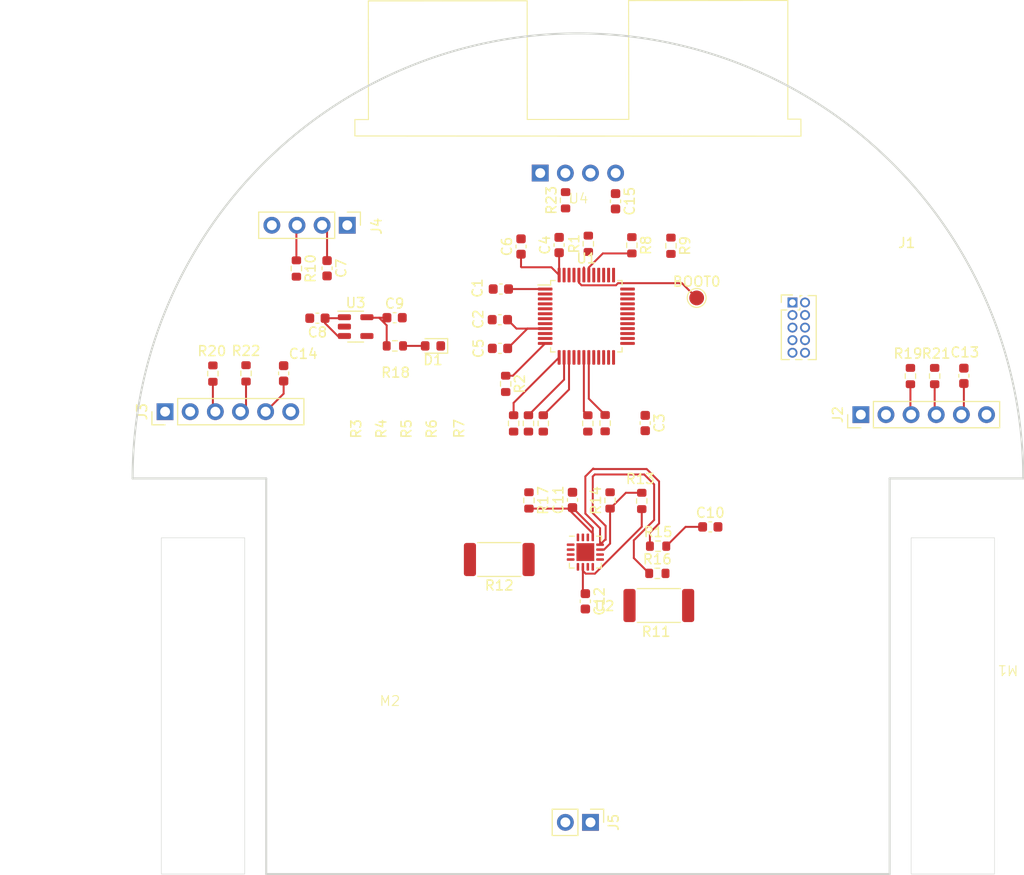
<source format=kicad_pcb>
(kicad_pcb (version 20221018) (generator pcbnew)
  (layers (0 "F.Cu" signal) (31 "B.Cu" signal) (34 "B.Paste" user) (35 "F.Paste" user) (36 "B.SilkS" user "B.Silkscreen") (37 "F.SilkS" user "F.Silkscreen") (38 "B.Mask" user) (39 "F.Mask" user) (44 "Edge.Cuts" user))
  (net 0 "")
  (net 1 "+3.3V")
  (net 2 "GND")
  (net 3 "+BATT")
  (net 4 "Net-(C10-Pad1)")
  (net 5 "/mcu/IN_B2")
  (net 6 "Net-(D1-A)")
  (net 7 "/mcu/BOOT0")
  (net 8 "Net-(U1-PA2)")
  (net 9 "/mcu/TIM15_CH1")
  (net 10 "Net-(U1-PA3)")
  (net 11 "/mcu/TIM15_CH2")
  (net 12 "Net-(U1-PA4)")
  (net 13 "/mcu/OUT_A4")
  (net 14 "Net-(U1-PA5)")
  (net 15 "/mcu/OUT_A5")
  (net 16 "/mcu/OUT_B0")
  (net 17 "Net-(U1-PB0)")
  (net 18 "/mcu/OUT_B1")
  (net 19 "Net-(U1-PB1)")
  (net 20 "Net-(U1-PB6)")
  (net 21 "/mcu/OUT_B9")
  (net 22 "Net-(U1-PB9)")
  (net 23 "/mcu/TIM3_CH1")
  (net 24 "/mcu/TIM2_CH1")
  (net 25 "/mcu/TIM3_CH2")
  (net 26 "/mcu/TIM2_CH2")
  (net 27 "/mcu/TIM8_CH2")
  (net 28 "Net-(U4-ECHO)")
  (net 34 "/mcu/~{RESET}")
  (net 46 "/mcu/SWDIO")
  (net 49 "/mcu/SWDCLK")
  (net 51 "/mcu/SWO")
  (net 54 "+3V3")
  (net 57 "/motorA/MA")
  (net 58 "Net-(J2-Pin_3)")
  (net 59 "Net-(J2-Pin_4)")
  (net 60 "/motorA/MB")
  (net 61 "/motorB/MA")
  (net 62 "Net-(J3-Pin_3)")
  (net 63 "Net-(J3-Pin_4)")
  (net 64 "/motorB/MB")
  (net 65 "Net-(J4-Pin_3)")
  (net 66 "/external_uart/EXT_UART_RX")
  (net 67 "/external_uart/EXT_UART_TX")
  (net 68 "Net-(U2-SENSEB)")
  (net 69 "Net-(U2-SENSEA)")
  (net 70 "Net-(U2-REF)")
  (net 71 "Net-(U2-TOFF)")
  (net 72 "Net-(U4-TRIG)")
  (footprint "Package_QFP:LQFP-48_7x7mm_P0.5mm" (layer "F.Cu") (at 150.85 83.6)
    (fp_text reference "U1" (at 0 -5.85) (layer "F.SilkS"))
    (fp_text value "STM32F030C8Tx")
    (pad "1" smd roundrect (at -4.1625 -2.75) (size 1.475 0.3) (layers "F.Cu" "F.Paste" "F.Mask") (net 1 "+3.3V"))
    (pad "2" smd roundrect (at -4.1625 -2.25) (size 1.475 0.3) (layers "F.Cu" "F.Paste" "F.Mask"))
    (pad "3" smd roundrect (at -4.1625 -1.75) (size 1.475 0.3) (layers "F.Cu" "F.Paste" "F.Mask"))
    (pad "4" smd roundrect (at -4.1625 -1.25) (size 1.475 0.3) (layers "F.Cu" "F.Paste" "F.Mask"))
    (pad "5" smd roundrect (at -4.1625 -0.75) (size 1.475 0.3) (layers "F.Cu" "F.Paste" "F.Mask"))
    (pad "6" smd roundrect (at -4.1625 -0.25) (size 1.475 0.3) (layers "F.Cu" "F.Paste" "F.Mask"))
    (pad "7" smd roundrect (at -4.1625 0.25) (size 1.475 0.3) (layers "F.Cu" "F.Paste" "F.Mask") (net 34 "/mcu/~{RESET}"))
    (pad "8" smd roundrect (at -4.1625 0.75) (size 1.475 0.3) (layers "F.Cu" "F.Paste" "F.Mask") (net 2 "GND"))
    (pad "9" smd roundrect (at -4.1625 1.25) (size 1.475 0.3) (layers "F.Cu" "F.Paste" "F.Mask") (net 1 "+3.3V"))
    (pad "10" smd roundrect (at -4.1625 1.75) (size 1.475 0.3) (layers "F.Cu" "F.Paste" "F.Mask") (net 24 "/mcu/TIM2_CH1"))
    (pad "11" smd roundrect (at -4.1625 2.25) (size 1.475 0.3) (layers "F.Cu" "F.Paste" "F.Mask") (net 26 "/mcu/TIM2_CH2"))
    (pad "12" smd roundrect (at -4.1625 2.75) (size 1.475 0.3) (layers "F.Cu" "F.Paste" "F.Mask") (net 8 "Net-(U1-PA2)"))
    (pad "13" smd roundrect (at -2.75 4.1625) (size 0.3 1.475) (layers "F.Cu" "F.Paste" "F.Mask") (net 10 "Net-(U1-PA3)"))
    (pad "14" smd roundrect (at -2.25 4.1625) (size 0.3 1.475) (layers "F.Cu" "F.Paste" "F.Mask") (net 12 "Net-(U1-PA4)"))
    (pad "15" smd roundrect (at -1.75 4.1625) (size 0.3 1.475) (layers "F.Cu" "F.Paste" "F.Mask") (net 14 "Net-(U1-PA5)"))
    (pad "16" smd roundrect (at -1.25 4.1625) (size 0.3 1.475) (layers "F.Cu" "F.Paste" "F.Mask") (net 23 "/mcu/TIM3_CH1"))
    (pad "17" smd roundrect (at -0.75 4.1625) (size 0.3 1.475) (layers "F.Cu" "F.Paste" "F.Mask") (net 25 "/mcu/TIM3_CH2"))
    (pad "18" smd roundrect (at -0.25 4.1625) (size 0.3 1.475) (layers "F.Cu" "F.Paste" "F.Mask") (net 17 "Net-(U1-PB0)"))
    (pad "19" smd roundrect (at 0.25 4.1625) (size 0.3 1.475) (layers "F.Cu" "F.Paste" "F.Mask") (net 19 "Net-(U1-PB1)"))
    (pad "20" smd roundrect (at 0.75 4.1625) (size 0.3 1.475) (layers "F.Cu" "F.Paste" "F.Mask") (net 5 "/mcu/IN_B2"))
    (pad "21" smd roundrect (at 1.25 4.1625) (size 0.3 1.475) (layers "F.Cu" "F.Paste" "F.Mask"))
    (pad "22" smd roundrect (at 1.75 4.1625) (size 0.3 1.475) (layers "F.Cu" "F.Paste" "F.Mask"))
    (pad "23" smd roundrect (at 2.25 4.1625) (size 0.3 1.475) (layers "F.Cu" "F.Paste" "F.Mask") (net 2 "GND"))
    (pad "24" smd roundrect (at 2.75 4.1625) (size 0.3 1.475) (layers "F.Cu" "F.Paste" "F.Mask") (net 1 "+3.3V"))
    (pad "25" smd roundrect (at 4.1625 2.75) (size 1.475 0.3) (layers "F.Cu" "F.Paste" "F.Mask"))
    (pad "26" smd roundrect (at 4.1625 2.25) (size 1.475 0.3) (layers "F.Cu" "F.Paste" "F.Mask"))
    (pad "27" smd roundrect (at 4.1625 1.75) (size 1.475 0.3) (layers "F.Cu" "F.Paste" "F.Mask"))
    (pad "28" smd roundrect (at 4.1625 1.25) (size 1.475 0.3) (layers "F.Cu" "F.Paste" "F.Mask"))
    (pad "29" smd roundrect (at 4.1625 0.75) (size 1.475 0.3) (layers "F.Cu" "F.Paste" "F.Mask"))
    (pad "30" smd roundrect (at 4.1625 0.25) (size 1.475 0.3) (layers "F.Cu" "F.Paste" "F.Mask"))
    (pad "31" smd roundrect (at 4.1625 -0.25) (size 1.475 0.3) (layers "F.Cu" "F.Paste" "F.Mask"))
    (pad "32" smd roundrect (at 4.1625 -0.75) (size 1.475 0.3) (layers "F.Cu" "F.Paste" "F.Mask"))
    (pad "33" smd roundrect (at 4.1625 -1.25) (size 1.475 0.3) (layers "F.Cu" "F.Paste" "F.Mask"))
    (pad "34" smd roundrect (at 4.1625 -1.75) (size 1.475 0.3) (layers "F.Cu" "F.Paste" "F.Mask") (net 46 "/mcu/SWDIO"))
    (pad "35" smd roundrect (at 4.1625 -2.25) (size 1.475 0.3) (layers "F.Cu" "F.Paste" "F.Mask"))
    (pad "36" smd roundrect (at 4.1625 -2.75) (size 1.475 0.3) (layers "F.Cu" "F.Paste" "F.Mask"))
    (pad "37" smd roundrect (at 2.75 -4.1625) (size 0.3 1.475) (layers "F.Cu" "F.Paste" "F.Mask") (net 49 "/mcu/SWDCLK"))
    (pad "38" smd roundrect (at 2.25 -4.1625) (size 0.3 1.475) (layers "F.Cu" "F.Paste" "F.Mask"))
    (pad "39" smd roundrect (at 1.75 -4.1625) (size 0.3 1.475) (layers "F.Cu" "F.Paste" "F.Mask") (net 51 "/mcu/SWO"))
    (pad "40" smd roundrect (at 1.25 -4.1625) (size 0.3 1.475) (layers "F.Cu" "F.Paste" "F.Mask"))
    (pad "41" smd roundrect (at 0.75 -4.1625) (size 0.3 1.475) (layers "F.Cu" "F.Paste" "F.Mask"))
    (pad "42" smd roundrect (at 0.25 -4.1625) (size 0.3 1.475) (layers "F.Cu" "F.Paste" "F.Mask") (net 20 "Net-(U1-PB6)"))
    (pad "43" smd roundrect (at -0.25 -4.1625) (size 0.3 1.475) (layers "F.Cu" "F.Paste" "F.Mask") (net 67 "/external_uart/EXT_UART_TX"))
    (pad "44" smd roundrect (at -0.75 -4.1625) (size 0.3 1.475) (layers "F.Cu" "F.Paste" "F.Mask") (net 7 "/mcu/BOOT0"))
    (pad "45" smd roundrect (at -1.25 -4.1625) (size 0.3 1.475) (layers "F.Cu" "F.Paste" "F.Mask") (net 27 "/mcu/TIM8_CH2"))
    (pad "46" smd roundrect (at -1.75 -4.1625) (size 0.3 1.475) (layers "F.Cu" "F.Paste" "F.Mask") (net 22 "Net-(U1-PB9)"))
    (pad "47" smd roundrect (at -2.25 -4.1625) (size 0.3 1.475) (layers "F.Cu" "F.Paste" "F.Mask") (net 2 "GND"))
    (pad "48" smd roundrect (at -2.75 -4.1625) (size 0.3 1.475) (layers "F.Cu" "F.Paste" "F.Mask") (net 1 "+3.3V"))
  )
  (footprint "Resistor_SMD:R_0603_1608Metric" (layer "F.Cu") (at 151.05 76.275 90)
    (fp_text reference "R1" (at 0 -1.43 90) (layer "F.SilkS"))
    (fp_text value "10k")
    (pad "1" smd roundrect (at -0.825 0 90) (size 0.8 0.95) (layers "F.Cu" "F.Paste" "F.Mask") (net 7 "/mcu/BOOT0"))
    (pad "2" smd roundrect (at 0.825 0 90) (size 0.8 0.95) (layers "F.Cu" "F.Paste" "F.Mask") (net 2 "GND"))
  )
  (footprint "Resistor_SMD:R_0603_1608Metric" (layer "F.Cu") (at 183.6 89.65 90)
    (fp_text reference "R19" (at 2.275 -0.25 180) (layer "F.SilkS"))
    (fp_text value "100")
    (pad "1" smd roundrect (at -0.825 0 90) (size 0.8 0.95) (layers "F.Cu" "F.Paste" "F.Mask") (net 58 "Net-(J2-Pin_3)"))
    (pad "2" smd roundrect (at 0.825 0 90) (size 0.8 0.95) (layers "F.Cu" "F.Paste" "F.Mask") (net 23 "/mcu/TIM3_CH1"))
  )
  (footprint "minimouse:N20_with_encoder" (layer "F.Cu") (at 131 123)
    (fp_text reference "M2" (at 0 -0.5 unlocked) (layer "F.SilkS") (effects (font (thickness 0.1))))
    (fp_text value "N20_encoder")
    (fp_rect (start -23.1 -17) (end -14.67 17) (stroke (width 0.05)) (fill none) (layer "Edge.Cuts"))
    (pad "" np_thru_hole circle locked (at 0 -9) (size 1 1) (drill 2.2) (layers "F&B.Cu" "*.Mask"))
    (pad "" np_thru_hole circle locked (at 0 9) (size 1 1) (drill 2.2) (layers "F&B.Cu" "*.Mask"))
  )
  (footprint "Capacitor_SMD:C_0603_1608Metric" (layer "F.Cu") (at 150.75 112.425 -90)
    (fp_text reference "C12" (at 0 -1.43 90) (layer "F.SilkS"))
    (fp_text value "2.2uF")
    (pad "1" smd roundrect (at -0.775 0 270) (size 0.9 0.95) (layers "F.Cu" "F.Paste" "F.Mask") (net 3 "+BATT"))
    (pad "2" smd roundrect (at 0.775 0 270) (size 0.9 0.95) (layers "F.Cu" "F.Paste" "F.Mask") (net 2 "GND"))
  )
  (footprint "TestPoint:TestPoint_Pad_D1.5mm" (layer "F.Cu") (at 162 81.75)
    (fp_text reference "BOOT0" (at 0 -1.648) (layer "F.SilkS"))
    (fp_text value "TestPoint")
    (pad "1" smd circle (at 0 0) (size 1.5 1.5) (layers "F.Cu" "F.Mask") (net 7 "/mcu/BOOT0"))
  )
  (footprint "Capacitor_SMD:C_0603_1608Metric" (layer "F.Cu") (at 123.675 83.8 180)
    (fp_text reference "C8" (at 0 -1.43) (layer "F.SilkS"))
    (fp_text value "2.2uF")
    (pad "1" smd roundrect (at -0.775 0 180) (size 0.9 0.95) (layers "F.Cu" "F.Paste" "F.Mask") (net 3 "+BATT"))
    (pad "2" smd roundrect (at 0.775 0 180) (size 0.9 0.95) (layers "F.Cu" "F.Paste" "F.Mask") (net 2 "GND"))
  )
  (footprint "Resistor_SMD:R_0603_1608Metric" (layer "F.Cu") (at 145 94.4375 -90)
    (fp_text reference "R4" (at 0.55 14.87 90) (layer "F.SilkS"))
    (fp_text value "100")
    (pad "1" smd roundrect (at -0.825 0 270) (size 0.8 0.95) (layers "F.Cu" "F.Paste" "F.Mask") (net 12 "Net-(U1-PA4)"))
    (pad "2" smd roundrect (at 0.825 0 270) (size 0.8 0.95) (layers "F.Cu" "F.Paste" "F.Mask") (net 13 "/mcu/OUT_A4"))
  )
  (footprint "Capacitor_SMD:C_0603_1608Metric" (layer "F.Cu") (at 148.1 76.4 90)
    (fp_text reference "C4" (at 0 -1.43 90) (layer "F.SilkS"))
    (fp_text value "0.1uF")
    (pad "1" smd roundrect (at -0.775 0 90) (size 0.9 0.95) (layers "F.Cu" "F.Paste" "F.Mask") (net 1 "+3.3V"))
    (pad "2" smd roundrect (at 0.775 0 90) (size 0.9 0.95) (layers "F.Cu" "F.Paste" "F.Mask") (net 2 "GND"))
  )
  (footprint "Resistor_SMD:R_0603_1608Metric" (layer "F.Cu") (at 159.4 76.475 -90)
    (fp_text reference "R9" (at 0 -1.43 90) (layer "F.SilkS"))
    (fp_text value "100")
    (pad "1" smd roundrect (at -0.825 0 270) (size 0.8 0.95) (layers "F.Cu" "F.Paste" "F.Mask") (net 21 "/mcu/OUT_B9"))
    (pad "2" smd roundrect (at 0.825 0 270) (size 0.8 0.95) (layers "F.Cu" "F.Paste" "F.Mask") (net 22 "Net-(U1-PB9)"))
  )
  (footprint "Resistor_SMD:R_0603_1608Metric" (layer "F.Cu") (at 116.46 89.375 90)
    (fp_text reference "R22" (at 2.275 0 180) (layer "F.SilkS"))
    (fp_text value "100")
    (pad "1" smd roundrect (at -0.825 0 90) (size 0.8 0.95) (layers "F.Cu" "F.Paste" "F.Mask") (net 63 "Net-(J3-Pin_4)"))
    (pad "2" smd roundrect (at 0.825 0 90) (size 0.8 0.95) (layers "F.Cu" "F.Paste" "F.Mask") (net 26 "/mcu/TIM2_CH2"))
  )
  (footprint "minimouse:HC-SR04" (layer "F.Cu") (at 150 69.125)
    (fp_text reference "U4" (at 0.06 2.57 unlocked) (layer "F.SilkS") (effects (font (thickness 0.1))))
    (fp_text value "HC-SR04")
    (pad "1" thru_hole rect locked (at -3.81 0 90) (size 1.7 1.7) (drill 1) (layers "*.Cu" "*.Mask") (net 2 "GND"))
    (pad "2" thru_hole oval locked (at -1.27 0 90) (size 1.7 1.7) (drill 1) (layers "*.Cu" "*.Mask") (net 21 "/mcu/OUT_B9"))
    (pad "3" thru_hole oval locked (at 1.27 0 90) (size 1.7 1.7) (drill 1) (layers "*.Cu" "*.Mask") (net 28 "Net-(U4-ECHO)"))
    (pad "4" thru_hole oval locked (at 3.81 0 90) (size 1.7 1.7) (drill 1) (layers "*.Cu" "*.Mask") (net 54 "+3V3"))
  )
  (footprint "LED_SMD:LED_0603_1608Metric" (layer "F.Cu") (at 135.35 86.6 180)
    (fp_text reference "D1" (at 0 -1.43) (layer "F.SilkS"))
    (fp_text value "LED")
    (pad "1" smd roundrect (at -0.7875 0 180) (size 0.875 0.95) (layers "F.Cu" "F.Paste" "F.Mask") (net 2 "GND"))
    (pad "2" smd roundrect (at 0.7875 0 180) (size 0.875 0.95) (layers "F.Cu" "F.Paste" "F.Mask") (net 6 "Net-(D1-A)"))
  )
  (footprint "Capacitor_SMD:C_0603_1608Metric" (layer "F.Cu") (at 142.125 86.85 180)
    (fp_text reference "C5" (at 2.175 0 90) (layer "F.SilkS"))
    (fp_text value "0.1uF")
    (pad "1" smd roundrect (at -0.775 0 180) (size 0.9 0.95) (layers "F.Cu" "F.Paste" "F.Mask") (net 1 "+3.3V"))
    (pad "2" smd roundrect (at 0.775 0 180) (size 0.9 0.95) (layers "F.Cu" "F.Paste" "F.Mask") (net 2 "GND"))
  )
  (footprint "minimouse:N20_with_encoder" (layer "F.Cu") (at 169 123 180)
    (fp_text reference "M1" (at -24.45 3.6 180 unlocked) (layer "F.SilkS") (effects (font (thickness 0.1))))
    (fp_text value "N20_encoder")
    (fp_rect (start -23.1 -17) (end -14.67 17) (stroke (width 0.05)) (fill none) (layer "Edge.Cuts"))
    (pad "" np_thru_hole circle locked (at 0 -9 180) (size 1 1) (drill 2.2) (layers "F&B.Cu" "*.Mask"))
    (pad "" np_thru_hole circle locked (at 0 9 180) (size 1 1) (drill 2.2) (layers "F&B.Cu" "*.Mask"))
  )
  (footprint "Capacitor_SMD:C_0603_1608Metric" (layer "F.Cu") (at 163.375 104.9)
    (fp_text reference "C10" (at 0 -1.43) (layer "F.SilkS"))
    (fp_text value "22nF")
    (pad "1" smd roundrect (at -0.775 0) (size 0.9 0.95) (layers "F.Cu" "F.Paste" "F.Mask") (net 4 "Net-(C10-Pad1)"))
    (pad "2" smd roundrect (at 0.775 0) (size 0.9 0.95) (layers "F.Cu" "F.Paste" "F.Mask") (net 2 "GND"))
  )
  (footprint "Capacitor_SMD:C_0603_1608Metric" (layer "F.Cu") (at 131.475 83.75)
    (fp_text reference "C9" (at 0 -1.43) (layer "F.SilkS"))
    (fp_text value "2.2uF")
    (pad "1" smd roundrect (at -0.775 0) (size 0.9 0.95) (layers "F.Cu" "F.Paste" "F.Mask") (net 54 "+3V3"))
    (pad "2" smd roundrect (at 0.775 0) (size 0.9 0.95) (layers "F.Cu" "F.Paste" "F.Mask") (net 2 "GND"))
  )
  (footprint "Resistor_SMD:R_0603_1608Metric" (layer "F.Cu") (at 156.45 102.275 90)
    (fp_text reference "R13" (at 2.225 -0.15 180) (layer "F.SilkS"))
    (fp_text value "10k")
    (pad "1" smd roundrect (at -0.825 0 90) (size 0.8 0.95) (layers "F.Cu" "F.Paste" "F.Mask") (net 3 "+BATT"))
    (pad "2" smd roundrect (at 0.825 0 90) (size 0.8 0.95) (layers "F.Cu" "F.Paste" "F.Mask") (net 70 "Net-(U2-REF)"))
  )
  (footprint "Connector_PinHeader_2.54mm:PinHeader_1x02_P2.54mm_Vertical" (layer "F.Cu") (at 151.27 134.775 -90)
    (fp_text reference "J5" (at 0 -2.33 90) (layer "F.SilkS"))
    (fp_text value "Conn_01x02")
    (pad "1" thru_hole rect locked (at 0 0 270) (size 1.7 1.7) (drill 1) (layers "*.Cu" "*.Mask") (net 2 "GND"))
    (pad "2" thru_hole oval locked (at 0 2.54 270) (size 1.7 1.7) (drill 1) (layers "*.Cu" "*.Mask") (net 3 "+BATT"))
  )
  (footprint "Resistor_SMD:R_0603_1608Metric" (layer "F.Cu") (at 158.1 106.85)
    (fp_text reference "R15" (at 0 -1.43) (layer "F.SilkS"))
    (fp_text value "1k")
    (pad "1" smd roundrect (at -0.825 0) (size 0.8 0.95) (layers "F.Cu" "F.Paste" "F.Mask") (net 71 "Net-(U2-TOFF)"))
    (pad "2" smd roundrect (at 0.825 0) (size 0.8 0.95) (layers "F.Cu" "F.Paste" "F.Mask") (net 4 "Net-(C10-Pad1)"))
  )
  (footprint "Capacitor_SMD:C_0603_1608Metric" (layer "F.Cu") (at 156.8 94.4 -90)
    (fp_text reference "C3" (at 0 -1.43 90) (layer "F.SilkS"))
    (fp_text value "0.1uF")
    (pad "1" smd roundrect (at -0.775 0 270) (size 0.9 0.95) (layers "F.Cu" "F.Paste" "F.Mask") (net 1 "+3.3V"))
    (pad "2" smd roundrect (at 0.775 0 270) (size 0.9 0.95) (layers "F.Cu" "F.Paste" "F.Mask") (net 2 "GND"))
  )
  (footprint "Package_DFN_QFN:VQFN-16-1EP_3x3mm_P0.5mm_EP1.8x1.8mm" (layer "F.Cu") (at 150.75 107.45)
    (fp_text reference "U2" (at 1.9375 5.45) (layer "F.SilkS"))
    (fp_text value "STSPIN240")
    (pad "1" smd roundrect (at -1.4875 -0.75) (size 0.775 0.25) (layers "F.Cu" "F.Paste" "F.Mask") (net 13 "/mcu/OUT_A4"))
    (pad "2" smd roundrect (at -1.4875 -0.25) (size 0.775 0.25) (layers "F.Cu" "F.Paste" "F.Mask") (net 9 "/mcu/TIM15_CH1"))
    (pad "3" smd roundrect (at -1.4875 0.25) (size 0.775 0.25) (layers "F.Cu" "F.Paste" "F.Mask") (net 61 "/motorB/MA"))
    (pad "4" smd roundrect (at -1.4875 0.75) (size 0.775 0.25) (layers "F.Cu" "F.Paste" "F.Mask") (net 69 "Net-(U2-SENSEA)"))
    (pad "5" smd roundrect (at -0.75 1.4875) (size 0.25 0.775) (layers "F.Cu" "F.Paste" "F.Mask") (net 64 "/motorB/MB"))
    (pad "6" smd roundrect (at -0.25 1.4875) (size 0.25 0.775) (layers "F.Cu" "F.Paste" "F.Mask") (net 3 "+BATT"))
    (pad "7" smd roundrect (at 0.25 1.4875) (size 0.25 0.775) (layers "F.Cu" "F.Paste" "F.Mask") (net 2 "GND"))
    (pad "8" smd roundrect (at 0.75 1.4875) (size 0.25 0.775) (layers "F.Cu" "F.Paste" "F.Mask") (net 60 "/motorA/MB"))
    (pad "9" smd roundrect (at 1.4875 0.75) (size 0.775 0.25) (layers "F.Cu" "F.Paste" "F.Mask") (net 68 "Net-(U2-SENSEB)"))
    (pad "10" smd roundrect (at 1.4875 0.25) (size 0.775 0.25) (layers "F.Cu" "F.Paste" "F.Mask") (net 57 "/motorA/MA"))
    (pad "11" smd roundrect (at 1.4875 -0.25) (size 0.775 0.25) (layers "F.Cu" "F.Paste" "F.Mask") (net 70 "Net-(U2-REF)"))
    (pad "12" smd roundrect (at 1.4875 -0.75) (size 0.775 0.25) (layers "F.Cu" "F.Paste" "F.Mask") (net 71 "Net-(U2-TOFF)"))
    (pad "13" smd roundrect (at 0.75 -1.4875) (size 0.25 0.775) (layers "F.Cu" "F.Paste" "F.Mask") (net 5 "/mcu/IN_B2"))
    (pad "14" smd roundrect (at 0.25 -1.4875) (size 0.25 0.775) (layers "F.Cu" "F.Paste" "F.Mask") (net 16 "/mcu/OUT_B0"))
    (pad "15" smd roundrect (at -0.25 -1.4875) (size 0.25 0.775) (layers "F.Cu" "F.Paste" "F.Mask") (net 15 "/mcu/OUT_A5"))
    (pad "16" smd roundrect (at -0.75 -1.4875) (size 0.25 0.775) (layers "F.Cu" "F.Paste" "F.Mask") (net 11 "/mcu/TIM15_CH2"))
    (pad "17" smd rect (at 0 0) (size 1.8 1.8) (layers "F.Cu" "F.Mask") (net 2 "GND"))
  )
  (footprint "Resistor_SMD:R_0603_1608Metric" (layer "F.Cu") (at 155.45 76.425 -90)
    (fp_text reference "R8" (at 0 -1.43 90) (layer "F.SilkS"))
    (fp_text value "100")
    (pad "1" smd roundrect (at -0.825 0 270) (size 0.8 0.95) (layers "F.Cu" "F.Paste" "F.Mask") (net 66 "/external_uart/EXT_UART_RX"))
    (pad "2" smd roundrect (at 0.825 0 270) (size 0.8 0.95) (layers "F.Cu" "F.Paste" "F.Mask") (net 20 "Net-(U1-PB6)"))
  )
  (footprint "Resistor_SMD:R_2512_6332Metric" (layer "F.Cu") (at 142.05 108.2 180)
    (fp_text reference "R12" (at 0 -2.62 180) (layer "F.SilkS"))
    (fp_text value "330m")
    (pad "1" smd roundrect (at -2.9625 0 180) (size 1.225 3.35) (layers "F.Cu" "F.Paste" "F.Mask") (roundrect_rratio 0.204082) (net 69 "Net-(U2-SENSEA)"))
    (pad "2" smd roundrect (at 2.9625 0 180) (size 1.225 3.35) (layers "F.Cu" "F.Paste" "F.Mask") (roundrect_rratio 0.204082) (net 2 "GND"))
  )
  (footprint "Resistor_SMD:R_0603_1608Metric" (layer "F.Cu") (at 152.75 94.4125 90)
    (fp_text reference "R7" (at -0.55 -14.75 90) (layer "F.SilkS"))
    (fp_text value "100")
    (pad "1" smd roundrect (at -0.825 0 90) (size 0.8 0.95) (layers "F.Cu" "F.Paste" "F.Mask") (net 18 "/mcu/OUT_B1"))
    (pad "2" smd roundrect (at 0.825 0 90) (size 0.8 0.95) (layers "F.Cu" "F.Paste" "F.Mask") (net 19 "Net-(U1-PB1)"))
  )
  (footprint "Resistor_SMD:R_0603_1608Metric" (layer "F.Cu") (at 142.7 90.4375 -90)
    (fp_text reference "R2" (at 0 -1.43 -270) (layer "F.SilkS"))
    (fp_text value "100")
    (pad "1" smd roundrect (at -0.825 0 270) (size 0.8 0.95) (layers "F.Cu" "F.Paste" "F.Mask") (net 8 "Net-(U1-PA2)"))
    (pad "2" smd roundrect (at 0.825 0 270) (size 0.8 0.95) (layers "F.Cu" "F.Paste" "F.Mask") (net 9 "/mcu/TIM15_CH1"))
  )
  (footprint "Resistor_SMD:R_0603_1608Metric" (layer "F.Cu") (at 153.25 102.225 90)
    (fp_text reference "R14" (at 0 -1.43 90) (layer "F.SilkS"))
    (fp_text value "10k")
    (pad "1" smd roundrect (at -0.825 0 90) (size 0.8 0.95) (layers "F.Cu" "F.Paste" "F.Mask") (net 70 "Net-(U2-REF)"))
    (pad "2" smd roundrect (at 0.825 0 90) (size 0.8 0.95) (layers "F.Cu" "F.Paste" "F.Mask") (net 2 "GND"))
  )
  (footprint "Resistor_SMD:R_0603_1608Metric" (layer "F.Cu") (at 143.5 94.4375 -90)
    (fp_text reference "R3" (at 0.55 15.91 90) (layer "F.SilkS"))
    (fp_text value "100")
    (pad "1" smd roundrect (at -0.825 0 270) (size 0.8 0.95) (layers "F.Cu" "F.Paste" "F.Mask") (net 10 "Net-(U1-PA3)"))
    (pad "2" smd roundrect (at 0.825 0 270) (size 0.8 0.95) (layers "F.Cu" "F.Paste" "F.Mask") (net 11 "/mcu/TIM15_CH2"))
  )
  (footprint "Resistor_SMD:R_0603_1608Metric" (layer "F.Cu") (at 186.05 89.65 90)
    (fp_text reference "R21" (at 2.275 0.15 180) (layer "F.SilkS"))
    (fp_text value "100")
    (pad "1" smd roundrect (at -0.825 0 90) (size 0.8 0.95) (layers "F.Cu" "F.Paste" "F.Mask") (net 59 "Net-(J2-Pin_4)"))
    (pad "2" smd roundrect (at 0.825 0 90) (size 0.8 0.95) (layers "F.Cu" "F.Paste" "F.Mask") (net 25 "/mcu/TIM3_CH2"))
  )
  (footprint "Capacitor_SMD:C_0603_1608Metric" (layer "F.Cu") (at 142.1125 83.95 180)
    (fp_text reference "C2" (at 2.1875 0.05 90) (layer "F.SilkS"))
    (fp_text value "0.1uF")
    (pad "1" smd roundrect (at -0.775 0 180) (size 0.9 0.95) (layers "F.Cu" "F.Paste" "F.Mask") (net 1 "+3.3V"))
    (pad "2" smd roundrect (at 0.775 0 180) (size 0.9 0.95) (layers "F.Cu" "F.Paste" "F.Mask") (net 2 "GND"))
  )
  (footprint "Capacitor_SMD:C_0603_1608Metric" (layer "F.Cu") (at 142.2125 80.85 180)
    (fp_text reference "C1" (at 2.3625 0.1 90) (layer "F.SilkS"))
    (fp_text value "2.2uF")
    (pad "1" smd roundrect (at -0.775 0 180) (size 0.9 0.95) (layers "F.Cu" "F.Paste" "F.Mask") (net 1 "+3.3V"))
    (pad "2" smd roundrect (at 0.775 0 180) (size 0.9 0.95) (layers "F.Cu" "F.Paste" "F.Mask") (net 2 "GND"))
  )
  (footprint "Package_TO_SOT_SMD:SOT-23-5" (layer "F.Cu") (at 127.5375 84.65)
    (fp_text reference "U3" (at 0 -2.4) (layer "F.SilkS"))
    (fp_text value "LP5907MFX-3.3")
    (pad "1" smd roundrect (at -1.1375 -0.95) (size 1.325 0.6) (layers "F.Cu" "F.Paste" "F.Mask") (net 3 "+BATT"))
    (pad "2" smd roundrect (at -1.1375 0) (size 1.325 0.6) (layers "F.Cu" "F.Paste" "F.Mask") (net 2 "GND"))
    (pad "3" smd roundrect (at -1.1375 0.95) (size 1.325 0.6) (layers "F.Cu" "F.Paste" "F.Mask") (net 3 "+BATT"))
    (pad "4" smd roundrect (at 1.1375 0.95) (size 1.325 0.6) (layers "F.Cu" "F.Paste" "F.Mask"))
    (pad "5" smd roundrect (at 1.1375 -0.95) (size 1.325 0.6) (layers "F.Cu" "F.Paste" "F.Mask") (net 54 "+3V3"))
  )
  (footprint "Capacitor_SMD:C_0603_1608Metric" (layer "F.Cu") (at 153.8 71.975 -90)
    (fp_text reference "C15" (at 0 -1.43 90) (layer "F.SilkS"))
    (fp_text value "2.2uF")
    (pad "1" smd roundrect (at -0.775 0 270) (size 0.9 0.95) (layers "F.Cu" "F.Paste" "F.Mask") (net 1 "+3.3V"))
    (pad "2" smd roundrect (at 0.775 0 270) (size 0.9 0.95) (layers "F.Cu" "F.Paste" "F.Mask") (net 2 "GND"))
  )
  (footprint "Resistor_SMD:R_0603_1608Metric" (layer "F.Cu") (at 146.5 94.4375 -90)
    (fp_text reference "R5" (at 0.55 13.83 90) (layer "F.SilkS"))
    (fp_text value "100")
    (pad "1" smd roundrect (at -0.825 0 270) (size 0.8 0.95) (layers "F.Cu" "F.Paste" "F.Mask") (net 14 "Net-(U1-PA5)"))
    (pad "2" smd roundrect (at 0.825 0 270) (size 0.8 0.95) (layers "F.Cu" "F.Paste" "F.Mask") (net 15 "/mcu/OUT_A5"))
  )
  (footprint "Resistor_SMD:R_0603_1608Metric" (layer "F.Cu") (at 121.55 78.775 -90)
    (fp_text reference "R10" (at 0 -1.43 90) (layer "F.SilkS"))
    (fp_text value "100")
    (pad "1" smd roundrect (at -0.825 0 270) (size 0.8 0.95) (layers "F.Cu" "F.Paste" "F.Mask") (net 65 "Net-(J4-Pin_3)"))
    (pad "2" smd roundrect (at 0.825 0 270) (size 0.8 0.95) (layers "F.Cu" "F.Paste" "F.Mask") (net 67 "/external_uart/EXT_UART_TX"))
  )
  (footprint "Resistor_SMD:R_0603_1608Metric" (layer "F.Cu") (at 131.5 86.6)
    (fp_text reference "R18" (at 0.075 2.7) (layer "F.SilkS"))
    (fp_text value "330")
    (pad "1" smd roundrect (at -0.825 0) (size 0.8 0.95) (layers "F.Cu" "F.Paste" "F.Mask") (net 54 "+3V3"))
    (pad "2" smd roundrect (at 0.825 0) (size 0.8 0.95) (layers "F.Cu" "F.Paste" "F.Mask") (net 6 "Net-(D1-A)"))
  )
  (footprint "Capacitor_SMD:C_0603_1608Metric" (layer "F.Cu") (at 149.45 102.175 90)
    (fp_text reference "C11" (at 0 -1.43 90) (layer "F.SilkS"))
    (fp_text value "1nF")
    (pad "1" smd roundrect (at -0.775 0 90) (size 0.9 0.95) (layers "F.Cu" "F.Paste" "F.Mask") (net 5 "/mcu/IN_B2"))
    (pad "2" smd roundrect (at 0.775 0 90) (size 0.9 0.95) (layers "F.Cu" "F.Paste" "F.Mask") (net 2 "GND"))
  )
  (footprint "Connector_PinHeader_1.27mm:PinHeader_2x05_P1.27mm_Vertical" (layer "F.Cu") (at 171.68 82.21)
    (fp_text reference "J1" (at 11.55 -6.025) (layer "F.SilkS"))
    (fp_text value "Conn_ARM_JTAG_SWD_10")
    (pad "1" thru_hole rect (at 0 0) (size 1 1) (drill 0.65) (layers "*.Cu" "*.Mask") (net 1 "+3.3V"))
    (pad "2" thru_hole oval (at 1.27 0) (size 1 1) (drill 0.65) (layers "*.Cu" "*.Mask") (net 46 "/mcu/SWDIO"))
    (pad "3" thru_hole oval (at 0 1.27) (size 1 1) (drill 0.65) (layers "*.Cu" "*.Mask") (net 2 "GND"))
    (pad "4" thru_hole oval (at 1.27 1.27) (size 1 1) (drill 0.65) (layers "*.Cu" "*.Mask") (net 49 "/mcu/SWDCLK"))
    (pad "5" thru_hole oval (at 0 2.54) (size 1 1) (drill 0.65) (layers "*.Cu" "*.Mask") (net 2 "GND"))
    (pad "6" thru_hole oval (at 1.27 2.54) (size 1 1) (drill 0.65) (layers "*.Cu" "*.Mask") (net 51 "/mcu/SWO"))
    (pad "7" thru_hole oval (at 0 3.81) (size 1 1) (drill 0.65) (layers "*.Cu" "*.Mask"))
    (pad "8" thru_hole oval (at 1.27 3.81) (size 1 1) (drill 0.65) (layers "*.Cu" "*.Mask"))
    (pad "9" thru_hole oval (at 0 5.08) (size 1 1) (drill 0.65) (layers "*.Cu" "*.Mask") (net 2 "GND"))
    (pad "10" thru_hole oval (at 1.27 5.08) (size 1 1) (drill 0.65) (layers "*.Cu" "*.Mask") (net 34 "/mcu/~{RESET}"))
  )
  (footprint "Connector_PinHeader_2.54mm:PinHeader_1x06_P2.54mm_Vertical" (layer "F.Cu") (at 178.59 93.55 90)
    (fp_text reference "J2" (at 0 -2.33 90) (layer "F.SilkS"))
    (fp_text value "Conn_01x06_Pin")
    (pad "1" thru_hole rect (at 0 0 90) (size 1.7 1.7) (drill 1) (layers "*.Cu" "*.Mask") (net 57 "/motorA/MA"))
    (pad "2" thru_hole oval (at 0 2.54 90) (size 1.7 1.7) (drill 1) (layers "*.Cu" "*.Mask") (net 2 "GND"))
    (pad "3" thru_hole oval (at 0 5.08 90) (size 1.7 1.7) (drill 1) (layers "*.Cu" "*.Mask") (net 58 "Net-(J2-Pin_3)"))
    (pad "4" thru_hole oval (at 0 7.62 90) (size 1.7 1.7) (drill 1) (layers "*.Cu" "*.Mask") (net 59 "Net-(J2-Pin_4)"))
    (pad "5" thru_hole oval (at 0 10.16 90) (size 1.7 1.7) (drill 1) (layers "*.Cu" "*.Mask") (net 3 "+BATT"))
    (pad "6" thru_hole oval (at 0 12.7 90) (size 1.7 1.7) (drill 1) (layers "*.Cu" "*.Mask") (net 60 "/motorA/MB"))
  )
  (footprint "Connector_PinHeader_2.54mm:PinHeader_1x06_P2.54mm_Vertical" (layer "F.Cu") (at 108.28 93.25 90)
    (fp_text reference "J3" (at 0 -2.33 90) (layer "F.SilkS"))
    (fp_text value "Conn_01x06_Pin")
    (pad "1" thru_hole rect (at 0 0 90) (size 1.7 1.7) (drill 1) (layers "*.Cu" "*.Mask") (net 61 "/motorB/MA"))
    (pad "2" thru_hole oval (at 0 2.54 90) (size 1.7 1.7) (drill 1) (layers "*.Cu" "*.Mask") (net 2 "GND"))
    (pad "3" thru_hole oval (at 0 5.08 90) (size 1.7 1.7) (drill 1) (layers "*.Cu" "*.Mask") (net 62 "Net-(J3-Pin_3)"))
    (pad "4" thru_hole oval (at 0 7.62 90) (size 1.7 1.7) (drill 1) (layers "*.Cu" "*.Mask") (net 63 "Net-(J3-Pin_4)"))
    (pad "5" thru_hole oval (at 0 10.16 90) (size 1.7 1.7) (drill 1) (layers "*.Cu" "*.Mask") (net 3 "+BATT"))
    (pad "6" thru_hole oval (at 0 12.7 90) (size 1.7 1.7) (drill 1) (layers "*.Cu" "*.Mask") (net 64 "/motorB/MB"))
  )
  (footprint "Capacitor_SMD:C_0603_1608Metric" (layer "F.Cu") (at 144.25 76.55 90)
    (fp_text reference "C6" (at 0 -1.43 90) (layer "F.SilkS"))
    (fp_text value "2.2uF")
    (pad "1" smd roundrect (at -0.775 0 90) (size 0.9 0.95) (layers "F.Cu" "F.Paste" "F.Mask") (net 1 "+3.3V"))
    (pad "2" smd roundrect (at 0.775 0 90) (size 0.9 0.95) (layers "F.Cu" "F.Paste" "F.Mask") (net 2 "GND"))
  )
  (footprint "Resistor_SMD:R_2512_6332Metric" (layer "F.Cu") (at 158.175 112.85)
    (fp_text reference "R11" (at -0.275 2.65 180) (layer "F.SilkS"))
    (fp_text value "330m")
    (pad "1" smd roundrect (at -2.9625 0) (size 1.225 3.35) (layers "F.Cu" "F.Paste" "F.Mask") (roundrect_rratio 0.204082) (net 68 "Net-(U2-SENSEB)"))
    (pad "2" smd roundrect (at 2.9625 0) (size 1.225 3.35) (layers "F.Cu" "F.Paste" "F.Mask") (roundrect_rratio 0.204082) (net 2 "GND"))
  )
  (footprint "Capacitor_SMD:C_0603_1608Metric" (layer "F.Cu") (at 124.65 78.75 -90)
    (fp_text reference "C7" (at 0 -1.43 90) (layer "F.SilkS"))
    (fp_text value "2.2uF")
    (pad "1" smd roundrect (at -0.775 0 270) (size 0.9 0.95) (layers "F.Cu" "F.Paste" "F.Mask") (net 3 "+BATT"))
    (pad "2" smd roundrect (at 0.775 0 270) (size 0.9 0.95) (layers "F.Cu" "F.Paste" "F.Mask") (net 2 "GND"))
  )
  (footprint "Connector_PinHeader_2.54mm:PinHeader_1x04_P2.54mm_Vertical" (layer "F.Cu") (at 126.69 74.4 -90)
    (fp_text reference "J4" (at 0.1 -2.96 90) (layer "F.SilkS"))
    (fp_text value "Conn_01x04_Pin")
    (pad "1" thru_hole rect (at 0 0 270) (size 1.7 1.7) (drill 1) (layers "*.Cu" "*.Mask") (net 2 "GND"))
    (pad "2" thru_hole oval (at 0 2.54 270) (size 1.7 1.7) (drill 1) (layers "*.Cu" "*.Mask") (net 3 "+BATT"))
    (pad "3" thru_hole oval (at 0 5.08 270) (size 1.7 1.7) (drill 1) (layers "*.Cu" "*.Mask") (net 65 "Net-(J4-Pin_3)"))
    (pad "4" thru_hole oval (at 0 7.62 270) (size 1.7 1.7) (drill 1) (layers "*.Cu" "*.Mask") (net 66 "/external_uart/EXT_UART_RX"))
  )
  (footprint "Resistor_SMD:R_0603_1608Metric" (layer "F.Cu") (at 158.025 109.6)
    (fp_text reference "R16" (at 0 -1.43) (layer "F.SilkS"))
    (fp_text value "47k")
    (pad "1" smd roundrect (at -0.825 0) (size 0.8 0.95) (layers "F.Cu" "F.Paste" "F.Mask") (net 71 "Net-(U2-TOFF)"))
    (pad "2" smd roundrect (at 0.825 0) (size 0.8 0.95) (layers "F.Cu" "F.Paste" "F.Mask") (net 2 "GND"))
  )
  (footprint "Capacitor_SMD:C_0603_1608Metric" (layer "F.Cu") (at 120.26 89.375 90)
    (fp_text reference "C14" (at 1.975 1.975 180) (layer "F.SilkS"))
    (fp_text value "2.2uF")
    (pad "1" smd roundrect (at -0.775 0 90) (size 0.9 0.95) (layers "F.Cu" "F.Paste" "F.Mask") (net 3 "+BATT"))
    (pad "2" smd roundrect (at 0.775 0 90) (size 0.9 0.95) (layers "F.Cu" "F.Paste" "F.Mask") (net 2 "GND"))
  )
  (footprint "Resistor_SMD:R_0603_1608Metric" (layer "F.Cu") (at 145.05 102.225 -90)
    (fp_text reference "R17" (at 0 -1.43 90) (layer "F.SilkS"))
    (fp_text value "10k")
    (pad "1" smd roundrect (at -0.825 0 270) (size 0.8 0.95) (layers "F.Cu" "F.Paste" "F.Mask") (net 18 "/mcu/OUT_B1"))
    (pad "2" smd roundrect (at 0.825 0 270) (size 0.8 0.95) (layers "F.Cu" "F.Paste" "F.Mask") (net 5 "/mcu/IN_B2"))
  )
  (footprint "Resistor_SMD:R_0603_1608Metric" (layer "F.Cu") (at 113.11 89.4 90)
    (fp_text reference "R20" (at 2.275 -0.1 180) (layer "F.SilkS"))
    (fp_text value "100")
    (pad "1" smd roundrect (at -0.825 0 90) (size 0.8 0.95) (layers "F.Cu" "F.Paste" "F.Mask") (net 62 "Net-(J3-Pin_3)"))
    (pad "2" smd roundrect (at 0.825 0 90) (size 0.8 0.95) (layers "F.Cu" "F.Paste" "F.Mask") (net 24 "/mcu/TIM2_CH1"))
  )
  (footprint "Capacitor_SMD:C_0603_1608Metric" (layer "F.Cu") (at 189 89.625 90)
    (fp_text reference "C13" (at 2.375 0.1 180) (layer "F.SilkS"))
    (fp_text value "2.2uF")
    (pad "1" smd roundrect (at -0.775 0 90) (size 0.9 0.95) (layers "F.Cu" "F.Paste" "F.Mask") (net 3 "+BATT"))
    (pad "2" smd roundrect (at 0.775 0 90) (size 0.9 0.95) (layers "F.Cu" "F.Paste" "F.Mask") (net 2 "GND"))
  )
  (footprint "Resistor_SMD:R_0603_1608Metric" (layer "F.Cu") (at 148.75 71.875 90)
    (fp_text reference "R23" (at 0 -1.43 90) (layer "F.SilkS"))
    (fp_text value "100")
    (pad "1" smd roundrect (at -0.825 0 90) (size 0.8 0.95) (layers "F.Cu" "F.Paste" "F.Mask") (net 21 "/mcu/OUT_B9"))
    (pad "2" smd roundrect (at 0.825 0 90) (size 0.8 0.95) (layers "F.Cu" "F.Paste" "F.Mask") (net 72 "Net-(U4-TRIG)"))
  )
  (footprint "Resistor_SMD:R_0603_1608Metric" (layer "F.Cu") (at 151 94.4375 90)
    (fp_text reference "R6" (at -0.55 -15.79 90) (layer "F.SilkS"))
    (fp_text value "100")
    (pad "1" smd roundrect (at -0.825 0 90) (size 0.8 0.95) (layers "F.Cu" "F.Paste" "F.Mask") (net 16 "/mcu/OUT_B0"))
    (pad "2" smd roundrect (at 0.825 0 90) (size 0.8 0.95) (layers "F.Cu" "F.Paste" "F.Mask") (net 17 "Net-(U1-PB0)"))
  )
  (gr_arc (start 105 100) (mid 150 55) (end 195 100) (stroke (width 0.2)) (layer "Edge.Cuts"))
  (gr_line (start 181.5 140) (end 118.5 140) (stroke (width 0.2)) (layer "Edge.Cuts"))
  (gr_line (start 118.5 100) (end 105 100) (stroke (width 0.2)) (layer "Edge.Cuts"))
  (gr_line (start 181.5 100) (end 181.5 140) (stroke (width 0.2)) (layer "Edge.Cuts"))
  (gr_line (start 195 100) (end 181.5 100) (stroke (width 0.2)) (layer "Edge.Cuts"))
  (gr_line (start 118.5 140) (end 118.5 100) (stroke (width 0.2)) (layer "Edge.Cuts"))
  (segment (start 144.9 84.85) (end 146.6875 84.85) (width 0.2) (layer "F.Cu") (net 1))
  (segment (start 142.9 86.85) (end 144.9 84.85) (width 0.2) (layer "F.Cu") (net 1))
  (segment (start 143.7875 84.85) (end 146.6875 84.85) (width 0.2) (layer "F.Cu") (net 1))
  (segment (start 144.25 78.6) (end 144.25 77.325) (width 0.2) (layer "F.Cu") (net 1))
  (segment (start 144.3 78.65) (end 144.25 78.6) (width 0.2) (layer "F.Cu") (net 1))
  (segment (start 148.1 79.4375) (end 148.1 77.175) (width 0.2) (layer "F.Cu") (net 1))
  (segment (start 142.8875 83.95) (end 143.7875 84.85) (width 0.2) (layer "F.Cu") (net 1))
  (segment (start 147.3125 78.65) (end 144.3 78.65) (width 0.2) (layer "F.Cu") (net 1))
  (segment (start 146.6875 80.85) (end 142.9875 80.85) (width 0.2) (layer "F.Cu") (net 1))
  (segment (start 148.1 79.4375) (end 147.3125 78.65) (width 0.2) (layer "F.Cu") (net 1))
  (segment (start 150.75 111.65) (end 150.5 111.4) (width 0.2) (layer "F.Cu") (net 3))
  (segment (start 189 90.4) (end 189 93.3) (width 0.2) (layer "F.Cu") (net 3))
  (segment (start 120.26 90.15) (end 120.26 91.43) (width 0.2) (layer "F.Cu") (net 3))
  (segment (start 125.737501 85.6) (end 124.45 84.312499) (width 0.2) (layer "F.Cu") (net 3))
  (segment (start 151.714386 109.625) (end 150.785614 109.625) (width 0.2) (layer "F.Cu") (net 3))
  (segment (start 150.785614 109.625) (end 150.5 109.339386) (width 0.2) (layer "F.Cu") (net 3))
  (segment (start 126.3 83.8) (end 126.4 83.7) (width 0.2) (layer "F.Cu") (net 3))
  (segment (start 124.65 77.975) (end 124.65 74.9) (width 0.2) (layer "F.Cu") (net 3))
  (segment (start 189 93.3) (end 188.75 93.55) (width 0.2) (layer "F.Cu") (net 3))
  (segment (start 124.45 84.312499) (end 124.45 83.8) (width 0.2) (layer "F.Cu") (net 3))
  (segment (start 124.45 83.8) (end 126.3 83.8) (width 0.2) (layer "F.Cu") (net 3))
  (segment (start 156.45 104.889386) (end 151.714386 109.625) (width 0.2) (layer "F.Cu") (net 3))
  (segment (start 156.45 103.1) (end 156.45 104.889386) (width 0.2) (layer "F.Cu") (net 3))
  (segment (start 150.5 111.4) (end 150.5 108.9375) (width 0.2) (layer "F.Cu") (net 3))
  (segment (start 124.65 74.9) (end 124.15 74.4) (width 0.2) (layer "F.Cu") (net 3))
  (segment (start 150.5 109.339386) (end 150.5 108.9375) (width 0.2) (layer "F.Cu") (net 3))
  (segment (start 120.26 91.43) (end 118.44 93.25) (width 0.2) (layer "F.Cu") (net 3))
  (segment (start 126.4 85.6) (end 125.737501 85.6) (width 0.2) (layer "F.Cu") (net 3))
  (segment (start 162.6 104.9) (end 160.875 104.9) (width 0.2) (layer "F.Cu") (net 4))
  (segment (start 160.875 104.9) (end 158.925 106.85) (width 0.2) (layer "F.Cu") (net 4))
  (segment (start 151.25 104.75) (end 151.5 105) (width 0.2) (layer "F.Cu") (net 5))
  (segment (start 151.5 105) (end 151.5 105.9625) (width 0.2) (layer "F.Cu") (net 5))
  (segment (start 151.5 105.560614) (end 151.5 105.9625) (width 0.2) (layer "F.Cu") (net 5))
  (segment (start 149.45 102.95) (end 151.5 105) (width 0.2) (layer "F.Cu") (net 5))
  (segment (start 148.989386 103.05) (end 151.5 105.560614) (width 0.2) (layer "F.Cu") (net 5))
  (segment (start 145.05 103.05) (end 148.989386 103.05) (width 0.2) (layer "F.Cu") (net 5))
  (segment (start 132.325 86.6) (end 134.5625 86.6) (width 0.2) (layer "F.Cu") (net 6))
  (segment (start 150.1 80.20741) (end 150.1 79.4375) (width 0.2) (layer "F.Cu") (net 7))
  (segment (start 162 81.75) (end 160.50741 80.25741) (width 0.2) (layer "F.Cu") (net 7))
  (segment (start 150.36759 80.475) (end 150.1 80.20741) (width 0.2) (layer "F.Cu") (net 7))
  (segment (start 153.83241 80.475) (end 150.36759 80.475) (width 0.2) (layer "F.Cu") (net 7))
  (segment (start 154.05 80.25741) (end 153.83241 80.475) (width 0.2) (layer "F.Cu") (net 7))
  (segment (start 160.50741 80.25741) (end 154.05 80.25741) (width 0.2) (layer "F.Cu") (net 7))
  (segment (start 143.425 89.6125) (end 146.6875 86.35) (width 0.2) (layer "F.Cu") (net 8))
  (segment (start 142.7 89.6125) (end 143.425 89.6125) (width 0.2) (layer "F.Cu") (net 8))
  (segment (start 143.5 92.3625) (end 148.1 87.7625) (width 0.2) (layer "F.Cu") (net 10))
  (segment (start 143.5 93.6125) (end 143.5 92.3625) (width 0.2) (layer "F.Cu") (net 10))
  (segment (start 145 93.6125) (end 148.6 90.0125) (width 0.2) (layer "F.Cu") (net 12))
  (segment (start 148.6 90.0125) (end 148.6 87.7625) (width 0.2) (layer "F.Cu") (net 12))
  (segment (start 146.5 93.6125) (end 149.1 91.0125) (width 0.2) (layer "F.Cu") (net 14))
  (segment (start 149.1 91.0125) (end 149.1 87.7625) (width 0.2) (layer "F.Cu") (net 14))
  (segment (start 150.6 93.2125) (end 150.6 87.7625) (width 0.2) (layer "F.Cu") (net 17))
  (segment (start 151 93.6125) (end 150.6 93.2125) (width 0.2) (layer "F.Cu") (net 17))
  (segment (start 152.75 93.5875) (end 151.1 91.9375) (width 0.2) (layer "F.Cu") (net 19))
  (segment (start 151.1 91.9375) (end 151.1 87.7625) (width 0.2) (layer "F.Cu") (net 19))
  (segment (start 151.1 78.66759) (end 151.1 79.4375) (width 0.2) (layer "F.Cu") (net 20))
  (segment (start 155.45 77.25) (end 152.51759 77.25) (width 0.2) (layer "F.Cu") (net 20))
  (segment (start 152.51759 77.25) (end 151.1 78.66759) (width 0.2) (layer "F.Cu") (net 20))
  (segment (start 129.9 83.75) (end 128.725 83.75) (width 0.2) (layer "F.Cu") (net 54))
  (segment (start 130.7 83.75) (end 129.9 83.75) (width 0.2) (layer "F.Cu") (net 54))
  (segment (start 128.725 83.75) (end 128.675 83.7) (width 0.2) (layer "F.Cu") (net 54))
  (segment (start 130.675 84.525) (end 129.9 83.75) (width 0.2) (layer "F.Cu") (net 54))
  (segment (start 130.675 86.6) (end 130.675 84.525) (width 0.2) (layer "F.Cu") (net 54))
  (segment (start 183.6 93.48) (end 183.67 93.55) (width 0.2) (layer "F.Cu") (net 58))
  (segment (start 183.6 90.475) (end 183.6 93.48) (width 0.2) (layer "F.Cu") (net 58))
  (segment (start 186.05 93.39) (end 186.21 93.55) (width 0.2) (layer "F.Cu") (net 59))
  (segment (start 186.05 90.475) (end 186.05 93.39) (width 0.2) (layer "F.Cu") (net 59))
  (segment (start 113.11 90.225) (end 113.11 93) (width 0.2) (layer "F.Cu") (net 62))
  (segment (start 113.11 93) (end 113.36 93.25) (width 0.2) (layer "F.Cu") (net 62))
  (segment (start 116.46 92.69) (end 115.9 93.25) (width 0.2) (layer "F.Cu") (net 63))
  (segment (start 116.46 90.2) (end 116.46 92.69) (width 0.2) (layer "F.Cu") (net 63))
  (segment (start 121.55 77.95) (end 121.55 74.46) (width 0.2) (layer "F.Cu") (net 65))
  (segment (start 121.55 74.46) (end 121.61 74.4) (width 0.2) (layer "F.Cu") (net 65))
  (segment (start 150.6 78.66759) (end 150.6 79.4375) (width 0.2) (layer "F.Cu") (net 67))
  (segment (start 153.25 106.589386) (end 152.639386 107.2) (width 0.2) (layer "F.Cu") (net 70))
  (segment (start 152.639386 107.2) (end 152.2375 107.2) (width 0.2) (layer "F.Cu") (net 70))
  (segment (start 153.25 103.05) (end 153.25 106.589386) (width 0.2) (layer "F.Cu") (net 70))
  (segment (start 154.85 101.45) (end 153.25 103.05) (width 0.2) (layer "F.Cu") (net 70))
  (segment (start 156.45 101.45) (end 154.85 101.45) (width 0.2) (layer "F.Cu") (net 70))
  (segment (start 151.6 99.05) (end 151.55 99) (width 0.2) (layer "F.Cu") (net 71))
  (segment (start 150.75 103.55) (end 152.2375 105.0375) (width 0.2) (layer "F.Cu") (net 71))
  (segment (start 158.2 100.3) (end 156.95 99.05) (width 0.2) (layer "F.Cu") (net 71))
  (segment (start 155.65 106.255072) (end 157.7 104.205072) (width 0.2) (layer "F.Cu") (net 71))
  (segment (start 157.275 106.85) (end 157.275 105.475) (width 0.2) (layer "F.Cu") (net 71))
  (segment (start 151.5 99.8) (end 151.5 103.5) (width 0.2) (layer "F.Cu") (net 71))
  (segment (start 157.7 100.6) (end 156.7 99.6) (width 0.2) (layer "F.Cu") (net 71))
  (segment (start 157.275 105.475) (end 158.2 104.55) (width 0.2) (layer "F.Cu") (net 71))
  (segment (start 155.65 108.05) (end 155.65 106.255072) (width 0.2) (layer "F.Cu") (net 71))
  (segment (start 156.7 99.6) (end 151.7 99.6) (width 0.2) (layer "F.Cu") (net 71))
  (segment (start 152.2375 105.0375) (end 152.2375 106.7) (width 0.2) (layer "F.Cu") (net 71))
  (segment (start 150.75 99.8) (end 150.75 103.55) (width 0.2) (layer "F.Cu") (net 71))
  (segment (start 157.2 109.6) (end 155.65 108.05) (width 0.2) (layer "F.Cu") (net 71))
  (segment (start 151.5 103.5) (end 152.8 104.8) (width 0.2) (layer "F.Cu") (net 71))
  (segment (start 152.7375 106.2) (end 152.2375 106.7) (width 0.2) (layer "F.Cu") (net 71))
  (segment (start 158.2 104.55) (end 158.2 100.3) (width 0.2) (layer "F.Cu") (net 71))
  (segment (start 157.7 104.205072) (end 157.7 100.6) (width 0.2) (layer "F.Cu") (net 71))
  (segment (start 151.55 99) (end 150.75 99.8) (width 0.2) (layer "F.Cu") (net 71))
  (segment (start 152.8 104.8) (end 152.8 106.2) (width 0.2) (layer "F.Cu") (net 71))
  (segment (start 156.95 99.05) (end 151.6 99.05) (width 0.2) (layer "F.Cu") (net 71))
  (segment (start 151.7 99.6) (end 151.5 99.8) (width 0.2) (layer "F.Cu") (net 71))
  (segment (start 152.8 106.2) (end 152.7375 106.2) (width 0.2) (layer "F.Cu") (net 71))
)
</source>
